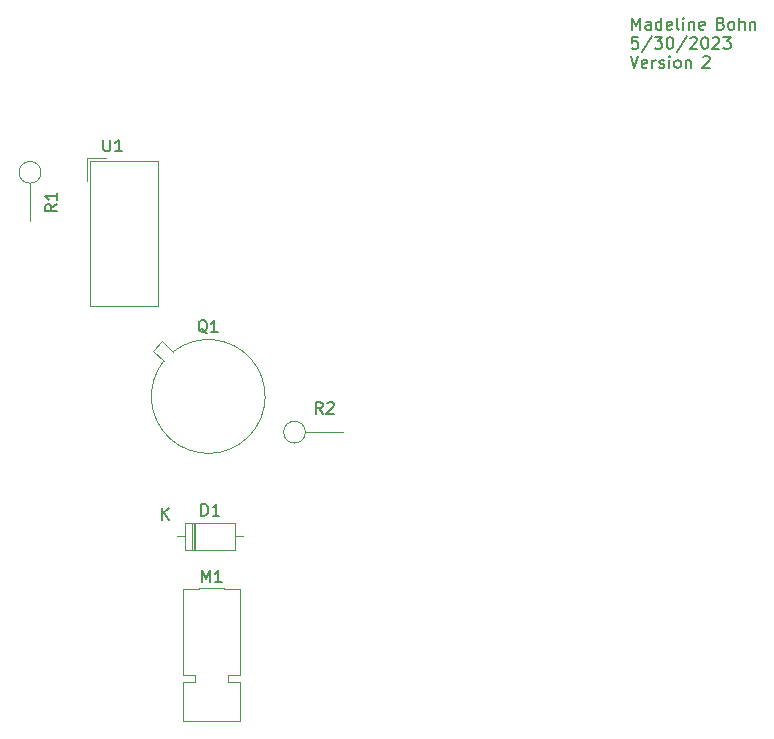
<source format=gbr>
%TF.GenerationSoftware,KiCad,Pcbnew,(7.0.0)*%
%TF.CreationDate,2023-06-01T08:48:15-06:00*%
%TF.ProjectId,phase_D_finalproject,70686173-655f-4445-9f66-696e616c7072,rev?*%
%TF.SameCoordinates,Original*%
%TF.FileFunction,Legend,Top*%
%TF.FilePolarity,Positive*%
%FSLAX46Y46*%
G04 Gerber Fmt 4.6, Leading zero omitted, Abs format (unit mm)*
G04 Created by KiCad (PCBNEW (7.0.0)) date 2023-06-01 08:48:15*
%MOMM*%
%LPD*%
G01*
G04 APERTURE LIST*
%ADD10C,0.150000*%
%ADD11C,0.120000*%
G04 APERTURE END LIST*
D10*
X187813095Y-51317380D02*
X187813095Y-50317380D01*
X187813095Y-50317380D02*
X188146428Y-51031666D01*
X188146428Y-51031666D02*
X188479761Y-50317380D01*
X188479761Y-50317380D02*
X188479761Y-51317380D01*
X189384523Y-51317380D02*
X189384523Y-50793571D01*
X189384523Y-50793571D02*
X189336904Y-50698333D01*
X189336904Y-50698333D02*
X189241666Y-50650714D01*
X189241666Y-50650714D02*
X189051190Y-50650714D01*
X189051190Y-50650714D02*
X188955952Y-50698333D01*
X189384523Y-51269761D02*
X189289285Y-51317380D01*
X189289285Y-51317380D02*
X189051190Y-51317380D01*
X189051190Y-51317380D02*
X188955952Y-51269761D01*
X188955952Y-51269761D02*
X188908333Y-51174523D01*
X188908333Y-51174523D02*
X188908333Y-51079285D01*
X188908333Y-51079285D02*
X188955952Y-50984047D01*
X188955952Y-50984047D02*
X189051190Y-50936428D01*
X189051190Y-50936428D02*
X189289285Y-50936428D01*
X189289285Y-50936428D02*
X189384523Y-50888809D01*
X190289285Y-51317380D02*
X190289285Y-50317380D01*
X190289285Y-51269761D02*
X190194047Y-51317380D01*
X190194047Y-51317380D02*
X190003571Y-51317380D01*
X190003571Y-51317380D02*
X189908333Y-51269761D01*
X189908333Y-51269761D02*
X189860714Y-51222142D01*
X189860714Y-51222142D02*
X189813095Y-51126904D01*
X189813095Y-51126904D02*
X189813095Y-50841190D01*
X189813095Y-50841190D02*
X189860714Y-50745952D01*
X189860714Y-50745952D02*
X189908333Y-50698333D01*
X189908333Y-50698333D02*
X190003571Y-50650714D01*
X190003571Y-50650714D02*
X190194047Y-50650714D01*
X190194047Y-50650714D02*
X190289285Y-50698333D01*
X191146428Y-51269761D02*
X191051190Y-51317380D01*
X191051190Y-51317380D02*
X190860714Y-51317380D01*
X190860714Y-51317380D02*
X190765476Y-51269761D01*
X190765476Y-51269761D02*
X190717857Y-51174523D01*
X190717857Y-51174523D02*
X190717857Y-50793571D01*
X190717857Y-50793571D02*
X190765476Y-50698333D01*
X190765476Y-50698333D02*
X190860714Y-50650714D01*
X190860714Y-50650714D02*
X191051190Y-50650714D01*
X191051190Y-50650714D02*
X191146428Y-50698333D01*
X191146428Y-50698333D02*
X191194047Y-50793571D01*
X191194047Y-50793571D02*
X191194047Y-50888809D01*
X191194047Y-50888809D02*
X190717857Y-50984047D01*
X191765476Y-51317380D02*
X191670238Y-51269761D01*
X191670238Y-51269761D02*
X191622619Y-51174523D01*
X191622619Y-51174523D02*
X191622619Y-50317380D01*
X192146429Y-51317380D02*
X192146429Y-50650714D01*
X192146429Y-50317380D02*
X192098810Y-50365000D01*
X192098810Y-50365000D02*
X192146429Y-50412619D01*
X192146429Y-50412619D02*
X192194048Y-50365000D01*
X192194048Y-50365000D02*
X192146429Y-50317380D01*
X192146429Y-50317380D02*
X192146429Y-50412619D01*
X192622619Y-50650714D02*
X192622619Y-51317380D01*
X192622619Y-50745952D02*
X192670238Y-50698333D01*
X192670238Y-50698333D02*
X192765476Y-50650714D01*
X192765476Y-50650714D02*
X192908333Y-50650714D01*
X192908333Y-50650714D02*
X193003571Y-50698333D01*
X193003571Y-50698333D02*
X193051190Y-50793571D01*
X193051190Y-50793571D02*
X193051190Y-51317380D01*
X193908333Y-51269761D02*
X193813095Y-51317380D01*
X193813095Y-51317380D02*
X193622619Y-51317380D01*
X193622619Y-51317380D02*
X193527381Y-51269761D01*
X193527381Y-51269761D02*
X193479762Y-51174523D01*
X193479762Y-51174523D02*
X193479762Y-50793571D01*
X193479762Y-50793571D02*
X193527381Y-50698333D01*
X193527381Y-50698333D02*
X193622619Y-50650714D01*
X193622619Y-50650714D02*
X193813095Y-50650714D01*
X193813095Y-50650714D02*
X193908333Y-50698333D01*
X193908333Y-50698333D02*
X193955952Y-50793571D01*
X193955952Y-50793571D02*
X193955952Y-50888809D01*
X193955952Y-50888809D02*
X193479762Y-50984047D01*
X195317857Y-50793571D02*
X195460714Y-50841190D01*
X195460714Y-50841190D02*
X195508333Y-50888809D01*
X195508333Y-50888809D02*
X195555952Y-50984047D01*
X195555952Y-50984047D02*
X195555952Y-51126904D01*
X195555952Y-51126904D02*
X195508333Y-51222142D01*
X195508333Y-51222142D02*
X195460714Y-51269761D01*
X195460714Y-51269761D02*
X195365476Y-51317380D01*
X195365476Y-51317380D02*
X194984524Y-51317380D01*
X194984524Y-51317380D02*
X194984524Y-50317380D01*
X194984524Y-50317380D02*
X195317857Y-50317380D01*
X195317857Y-50317380D02*
X195413095Y-50365000D01*
X195413095Y-50365000D02*
X195460714Y-50412619D01*
X195460714Y-50412619D02*
X195508333Y-50507857D01*
X195508333Y-50507857D02*
X195508333Y-50603095D01*
X195508333Y-50603095D02*
X195460714Y-50698333D01*
X195460714Y-50698333D02*
X195413095Y-50745952D01*
X195413095Y-50745952D02*
X195317857Y-50793571D01*
X195317857Y-50793571D02*
X194984524Y-50793571D01*
X196127381Y-51317380D02*
X196032143Y-51269761D01*
X196032143Y-51269761D02*
X195984524Y-51222142D01*
X195984524Y-51222142D02*
X195936905Y-51126904D01*
X195936905Y-51126904D02*
X195936905Y-50841190D01*
X195936905Y-50841190D02*
X195984524Y-50745952D01*
X195984524Y-50745952D02*
X196032143Y-50698333D01*
X196032143Y-50698333D02*
X196127381Y-50650714D01*
X196127381Y-50650714D02*
X196270238Y-50650714D01*
X196270238Y-50650714D02*
X196365476Y-50698333D01*
X196365476Y-50698333D02*
X196413095Y-50745952D01*
X196413095Y-50745952D02*
X196460714Y-50841190D01*
X196460714Y-50841190D02*
X196460714Y-51126904D01*
X196460714Y-51126904D02*
X196413095Y-51222142D01*
X196413095Y-51222142D02*
X196365476Y-51269761D01*
X196365476Y-51269761D02*
X196270238Y-51317380D01*
X196270238Y-51317380D02*
X196127381Y-51317380D01*
X196889286Y-51317380D02*
X196889286Y-50317380D01*
X197317857Y-51317380D02*
X197317857Y-50793571D01*
X197317857Y-50793571D02*
X197270238Y-50698333D01*
X197270238Y-50698333D02*
X197175000Y-50650714D01*
X197175000Y-50650714D02*
X197032143Y-50650714D01*
X197032143Y-50650714D02*
X196936905Y-50698333D01*
X196936905Y-50698333D02*
X196889286Y-50745952D01*
X197794048Y-50650714D02*
X197794048Y-51317380D01*
X197794048Y-50745952D02*
X197841667Y-50698333D01*
X197841667Y-50698333D02*
X197936905Y-50650714D01*
X197936905Y-50650714D02*
X198079762Y-50650714D01*
X198079762Y-50650714D02*
X198175000Y-50698333D01*
X198175000Y-50698333D02*
X198222619Y-50793571D01*
X198222619Y-50793571D02*
X198222619Y-51317380D01*
X188289285Y-51937380D02*
X187813095Y-51937380D01*
X187813095Y-51937380D02*
X187765476Y-52413571D01*
X187765476Y-52413571D02*
X187813095Y-52365952D01*
X187813095Y-52365952D02*
X187908333Y-52318333D01*
X187908333Y-52318333D02*
X188146428Y-52318333D01*
X188146428Y-52318333D02*
X188241666Y-52365952D01*
X188241666Y-52365952D02*
X188289285Y-52413571D01*
X188289285Y-52413571D02*
X188336904Y-52508809D01*
X188336904Y-52508809D02*
X188336904Y-52746904D01*
X188336904Y-52746904D02*
X188289285Y-52842142D01*
X188289285Y-52842142D02*
X188241666Y-52889761D01*
X188241666Y-52889761D02*
X188146428Y-52937380D01*
X188146428Y-52937380D02*
X187908333Y-52937380D01*
X187908333Y-52937380D02*
X187813095Y-52889761D01*
X187813095Y-52889761D02*
X187765476Y-52842142D01*
X189479761Y-51889761D02*
X188622619Y-53175476D01*
X189717857Y-51937380D02*
X190336904Y-51937380D01*
X190336904Y-51937380D02*
X190003571Y-52318333D01*
X190003571Y-52318333D02*
X190146428Y-52318333D01*
X190146428Y-52318333D02*
X190241666Y-52365952D01*
X190241666Y-52365952D02*
X190289285Y-52413571D01*
X190289285Y-52413571D02*
X190336904Y-52508809D01*
X190336904Y-52508809D02*
X190336904Y-52746904D01*
X190336904Y-52746904D02*
X190289285Y-52842142D01*
X190289285Y-52842142D02*
X190241666Y-52889761D01*
X190241666Y-52889761D02*
X190146428Y-52937380D01*
X190146428Y-52937380D02*
X189860714Y-52937380D01*
X189860714Y-52937380D02*
X189765476Y-52889761D01*
X189765476Y-52889761D02*
X189717857Y-52842142D01*
X190955952Y-51937380D02*
X191051190Y-51937380D01*
X191051190Y-51937380D02*
X191146428Y-51985000D01*
X191146428Y-51985000D02*
X191194047Y-52032619D01*
X191194047Y-52032619D02*
X191241666Y-52127857D01*
X191241666Y-52127857D02*
X191289285Y-52318333D01*
X191289285Y-52318333D02*
X191289285Y-52556428D01*
X191289285Y-52556428D02*
X191241666Y-52746904D01*
X191241666Y-52746904D02*
X191194047Y-52842142D01*
X191194047Y-52842142D02*
X191146428Y-52889761D01*
X191146428Y-52889761D02*
X191051190Y-52937380D01*
X191051190Y-52937380D02*
X190955952Y-52937380D01*
X190955952Y-52937380D02*
X190860714Y-52889761D01*
X190860714Y-52889761D02*
X190813095Y-52842142D01*
X190813095Y-52842142D02*
X190765476Y-52746904D01*
X190765476Y-52746904D02*
X190717857Y-52556428D01*
X190717857Y-52556428D02*
X190717857Y-52318333D01*
X190717857Y-52318333D02*
X190765476Y-52127857D01*
X190765476Y-52127857D02*
X190813095Y-52032619D01*
X190813095Y-52032619D02*
X190860714Y-51985000D01*
X190860714Y-51985000D02*
X190955952Y-51937380D01*
X192432142Y-51889761D02*
X191575000Y-53175476D01*
X192717857Y-52032619D02*
X192765476Y-51985000D01*
X192765476Y-51985000D02*
X192860714Y-51937380D01*
X192860714Y-51937380D02*
X193098809Y-51937380D01*
X193098809Y-51937380D02*
X193194047Y-51985000D01*
X193194047Y-51985000D02*
X193241666Y-52032619D01*
X193241666Y-52032619D02*
X193289285Y-52127857D01*
X193289285Y-52127857D02*
X193289285Y-52223095D01*
X193289285Y-52223095D02*
X193241666Y-52365952D01*
X193241666Y-52365952D02*
X192670238Y-52937380D01*
X192670238Y-52937380D02*
X193289285Y-52937380D01*
X193908333Y-51937380D02*
X194003571Y-51937380D01*
X194003571Y-51937380D02*
X194098809Y-51985000D01*
X194098809Y-51985000D02*
X194146428Y-52032619D01*
X194146428Y-52032619D02*
X194194047Y-52127857D01*
X194194047Y-52127857D02*
X194241666Y-52318333D01*
X194241666Y-52318333D02*
X194241666Y-52556428D01*
X194241666Y-52556428D02*
X194194047Y-52746904D01*
X194194047Y-52746904D02*
X194146428Y-52842142D01*
X194146428Y-52842142D02*
X194098809Y-52889761D01*
X194098809Y-52889761D02*
X194003571Y-52937380D01*
X194003571Y-52937380D02*
X193908333Y-52937380D01*
X193908333Y-52937380D02*
X193813095Y-52889761D01*
X193813095Y-52889761D02*
X193765476Y-52842142D01*
X193765476Y-52842142D02*
X193717857Y-52746904D01*
X193717857Y-52746904D02*
X193670238Y-52556428D01*
X193670238Y-52556428D02*
X193670238Y-52318333D01*
X193670238Y-52318333D02*
X193717857Y-52127857D01*
X193717857Y-52127857D02*
X193765476Y-52032619D01*
X193765476Y-52032619D02*
X193813095Y-51985000D01*
X193813095Y-51985000D02*
X193908333Y-51937380D01*
X194622619Y-52032619D02*
X194670238Y-51985000D01*
X194670238Y-51985000D02*
X194765476Y-51937380D01*
X194765476Y-51937380D02*
X195003571Y-51937380D01*
X195003571Y-51937380D02*
X195098809Y-51985000D01*
X195098809Y-51985000D02*
X195146428Y-52032619D01*
X195146428Y-52032619D02*
X195194047Y-52127857D01*
X195194047Y-52127857D02*
X195194047Y-52223095D01*
X195194047Y-52223095D02*
X195146428Y-52365952D01*
X195146428Y-52365952D02*
X194575000Y-52937380D01*
X194575000Y-52937380D02*
X195194047Y-52937380D01*
X195527381Y-51937380D02*
X196146428Y-51937380D01*
X196146428Y-51937380D02*
X195813095Y-52318333D01*
X195813095Y-52318333D02*
X195955952Y-52318333D01*
X195955952Y-52318333D02*
X196051190Y-52365952D01*
X196051190Y-52365952D02*
X196098809Y-52413571D01*
X196098809Y-52413571D02*
X196146428Y-52508809D01*
X196146428Y-52508809D02*
X196146428Y-52746904D01*
X196146428Y-52746904D02*
X196098809Y-52842142D01*
X196098809Y-52842142D02*
X196051190Y-52889761D01*
X196051190Y-52889761D02*
X195955952Y-52937380D01*
X195955952Y-52937380D02*
X195670238Y-52937380D01*
X195670238Y-52937380D02*
X195575000Y-52889761D01*
X195575000Y-52889761D02*
X195527381Y-52842142D01*
X187670238Y-53557380D02*
X188003571Y-54557380D01*
X188003571Y-54557380D02*
X188336904Y-53557380D01*
X189051190Y-54509761D02*
X188955952Y-54557380D01*
X188955952Y-54557380D02*
X188765476Y-54557380D01*
X188765476Y-54557380D02*
X188670238Y-54509761D01*
X188670238Y-54509761D02*
X188622619Y-54414523D01*
X188622619Y-54414523D02*
X188622619Y-54033571D01*
X188622619Y-54033571D02*
X188670238Y-53938333D01*
X188670238Y-53938333D02*
X188765476Y-53890714D01*
X188765476Y-53890714D02*
X188955952Y-53890714D01*
X188955952Y-53890714D02*
X189051190Y-53938333D01*
X189051190Y-53938333D02*
X189098809Y-54033571D01*
X189098809Y-54033571D02*
X189098809Y-54128809D01*
X189098809Y-54128809D02*
X188622619Y-54224047D01*
X189527381Y-54557380D02*
X189527381Y-53890714D01*
X189527381Y-54081190D02*
X189575000Y-53985952D01*
X189575000Y-53985952D02*
X189622619Y-53938333D01*
X189622619Y-53938333D02*
X189717857Y-53890714D01*
X189717857Y-53890714D02*
X189813095Y-53890714D01*
X190098810Y-54509761D02*
X190194048Y-54557380D01*
X190194048Y-54557380D02*
X190384524Y-54557380D01*
X190384524Y-54557380D02*
X190479762Y-54509761D01*
X190479762Y-54509761D02*
X190527381Y-54414523D01*
X190527381Y-54414523D02*
X190527381Y-54366904D01*
X190527381Y-54366904D02*
X190479762Y-54271666D01*
X190479762Y-54271666D02*
X190384524Y-54224047D01*
X190384524Y-54224047D02*
X190241667Y-54224047D01*
X190241667Y-54224047D02*
X190146429Y-54176428D01*
X190146429Y-54176428D02*
X190098810Y-54081190D01*
X190098810Y-54081190D02*
X190098810Y-54033571D01*
X190098810Y-54033571D02*
X190146429Y-53938333D01*
X190146429Y-53938333D02*
X190241667Y-53890714D01*
X190241667Y-53890714D02*
X190384524Y-53890714D01*
X190384524Y-53890714D02*
X190479762Y-53938333D01*
X190955953Y-54557380D02*
X190955953Y-53890714D01*
X190955953Y-53557380D02*
X190908334Y-53605000D01*
X190908334Y-53605000D02*
X190955953Y-53652619D01*
X190955953Y-53652619D02*
X191003572Y-53605000D01*
X191003572Y-53605000D02*
X190955953Y-53557380D01*
X190955953Y-53557380D02*
X190955953Y-53652619D01*
X191575000Y-54557380D02*
X191479762Y-54509761D01*
X191479762Y-54509761D02*
X191432143Y-54462142D01*
X191432143Y-54462142D02*
X191384524Y-54366904D01*
X191384524Y-54366904D02*
X191384524Y-54081190D01*
X191384524Y-54081190D02*
X191432143Y-53985952D01*
X191432143Y-53985952D02*
X191479762Y-53938333D01*
X191479762Y-53938333D02*
X191575000Y-53890714D01*
X191575000Y-53890714D02*
X191717857Y-53890714D01*
X191717857Y-53890714D02*
X191813095Y-53938333D01*
X191813095Y-53938333D02*
X191860714Y-53985952D01*
X191860714Y-53985952D02*
X191908333Y-54081190D01*
X191908333Y-54081190D02*
X191908333Y-54366904D01*
X191908333Y-54366904D02*
X191860714Y-54462142D01*
X191860714Y-54462142D02*
X191813095Y-54509761D01*
X191813095Y-54509761D02*
X191717857Y-54557380D01*
X191717857Y-54557380D02*
X191575000Y-54557380D01*
X192336905Y-53890714D02*
X192336905Y-54557380D01*
X192336905Y-53985952D02*
X192384524Y-53938333D01*
X192384524Y-53938333D02*
X192479762Y-53890714D01*
X192479762Y-53890714D02*
X192622619Y-53890714D01*
X192622619Y-53890714D02*
X192717857Y-53938333D01*
X192717857Y-53938333D02*
X192765476Y-54033571D01*
X192765476Y-54033571D02*
X192765476Y-54557380D01*
X193794048Y-53652619D02*
X193841667Y-53605000D01*
X193841667Y-53605000D02*
X193936905Y-53557380D01*
X193936905Y-53557380D02*
X194175000Y-53557380D01*
X194175000Y-53557380D02*
X194270238Y-53605000D01*
X194270238Y-53605000D02*
X194317857Y-53652619D01*
X194317857Y-53652619D02*
X194365476Y-53747857D01*
X194365476Y-53747857D02*
X194365476Y-53843095D01*
X194365476Y-53843095D02*
X194317857Y-53985952D01*
X194317857Y-53985952D02*
X193746429Y-54557380D01*
X193746429Y-54557380D02*
X194365476Y-54557380D01*
%TO.C,D1*%
X151336905Y-92472380D02*
X151336905Y-91472380D01*
X151336905Y-91472380D02*
X151575000Y-91472380D01*
X151575000Y-91472380D02*
X151717857Y-91520000D01*
X151717857Y-91520000D02*
X151813095Y-91615238D01*
X151813095Y-91615238D02*
X151860714Y-91710476D01*
X151860714Y-91710476D02*
X151908333Y-91900952D01*
X151908333Y-91900952D02*
X151908333Y-92043809D01*
X151908333Y-92043809D02*
X151860714Y-92234285D01*
X151860714Y-92234285D02*
X151813095Y-92329523D01*
X151813095Y-92329523D02*
X151717857Y-92424761D01*
X151717857Y-92424761D02*
X151575000Y-92472380D01*
X151575000Y-92472380D02*
X151336905Y-92472380D01*
X152860714Y-92472380D02*
X152289286Y-92472380D01*
X152575000Y-92472380D02*
X152575000Y-91472380D01*
X152575000Y-91472380D02*
X152479762Y-91615238D01*
X152479762Y-91615238D02*
X152384524Y-91710476D01*
X152384524Y-91710476D02*
X152289286Y-91758095D01*
X148003095Y-92792380D02*
X148003095Y-91792380D01*
X148574523Y-92792380D02*
X148145952Y-92220952D01*
X148574523Y-91792380D02*
X148003095Y-92363809D01*
%TO.C,M1*%
X151380476Y-98092380D02*
X151380476Y-97092380D01*
X151380476Y-97092380D02*
X151713809Y-97806666D01*
X151713809Y-97806666D02*
X152047142Y-97092380D01*
X152047142Y-97092380D02*
X152047142Y-98092380D01*
X153047142Y-98092380D02*
X152475714Y-98092380D01*
X152761428Y-98092380D02*
X152761428Y-97092380D01*
X152761428Y-97092380D02*
X152666190Y-97235238D01*
X152666190Y-97235238D02*
X152570952Y-97330476D01*
X152570952Y-97330476D02*
X152475714Y-97378095D01*
%TO.C,R1*%
X139112380Y-66106666D02*
X138636190Y-66439999D01*
X139112380Y-66678094D02*
X138112380Y-66678094D01*
X138112380Y-66678094D02*
X138112380Y-66297142D01*
X138112380Y-66297142D02*
X138160000Y-66201904D01*
X138160000Y-66201904D02*
X138207619Y-66154285D01*
X138207619Y-66154285D02*
X138302857Y-66106666D01*
X138302857Y-66106666D02*
X138445714Y-66106666D01*
X138445714Y-66106666D02*
X138540952Y-66154285D01*
X138540952Y-66154285D02*
X138588571Y-66201904D01*
X138588571Y-66201904D02*
X138636190Y-66297142D01*
X138636190Y-66297142D02*
X138636190Y-66678094D01*
X139112380Y-65154285D02*
X139112380Y-65725713D01*
X139112380Y-65439999D02*
X138112380Y-65439999D01*
X138112380Y-65439999D02*
X138255238Y-65535237D01*
X138255238Y-65535237D02*
X138350476Y-65630475D01*
X138350476Y-65630475D02*
X138398095Y-65725713D01*
%TO.C,U1*%
X143035595Y-60629880D02*
X143035595Y-61439404D01*
X143035595Y-61439404D02*
X143083214Y-61534642D01*
X143083214Y-61534642D02*
X143130833Y-61582261D01*
X143130833Y-61582261D02*
X143226071Y-61629880D01*
X143226071Y-61629880D02*
X143416547Y-61629880D01*
X143416547Y-61629880D02*
X143511785Y-61582261D01*
X143511785Y-61582261D02*
X143559404Y-61534642D01*
X143559404Y-61534642D02*
X143607023Y-61439404D01*
X143607023Y-61439404D02*
X143607023Y-60629880D01*
X144607023Y-61629880D02*
X144035595Y-61629880D01*
X144321309Y-61629880D02*
X144321309Y-60629880D01*
X144321309Y-60629880D02*
X144226071Y-60772738D01*
X144226071Y-60772738D02*
X144130833Y-60867976D01*
X144130833Y-60867976D02*
X144035595Y-60915595D01*
%TO.C,R2*%
X161588333Y-83847380D02*
X161255000Y-83371190D01*
X161016905Y-83847380D02*
X161016905Y-82847380D01*
X161016905Y-82847380D02*
X161397857Y-82847380D01*
X161397857Y-82847380D02*
X161493095Y-82895000D01*
X161493095Y-82895000D02*
X161540714Y-82942619D01*
X161540714Y-82942619D02*
X161588333Y-83037857D01*
X161588333Y-83037857D02*
X161588333Y-83180714D01*
X161588333Y-83180714D02*
X161540714Y-83275952D01*
X161540714Y-83275952D02*
X161493095Y-83323571D01*
X161493095Y-83323571D02*
X161397857Y-83371190D01*
X161397857Y-83371190D02*
X161016905Y-83371190D01*
X161969286Y-82942619D02*
X162016905Y-82895000D01*
X162016905Y-82895000D02*
X162112143Y-82847380D01*
X162112143Y-82847380D02*
X162350238Y-82847380D01*
X162350238Y-82847380D02*
X162445476Y-82895000D01*
X162445476Y-82895000D02*
X162493095Y-82942619D01*
X162493095Y-82942619D02*
X162540714Y-83037857D01*
X162540714Y-83037857D02*
X162540714Y-83133095D01*
X162540714Y-83133095D02*
X162493095Y-83275952D01*
X162493095Y-83275952D02*
X161921667Y-83847380D01*
X161921667Y-83847380D02*
X162540714Y-83847380D01*
%TO.C,Q1*%
X151819761Y-77017619D02*
X151724523Y-76970000D01*
X151724523Y-76970000D02*
X151629285Y-76874761D01*
X151629285Y-76874761D02*
X151486428Y-76731904D01*
X151486428Y-76731904D02*
X151391190Y-76684285D01*
X151391190Y-76684285D02*
X151295952Y-76684285D01*
X151343571Y-76922380D02*
X151248333Y-76874761D01*
X151248333Y-76874761D02*
X151153095Y-76779523D01*
X151153095Y-76779523D02*
X151105476Y-76589047D01*
X151105476Y-76589047D02*
X151105476Y-76255714D01*
X151105476Y-76255714D02*
X151153095Y-76065238D01*
X151153095Y-76065238D02*
X151248333Y-75970000D01*
X151248333Y-75970000D02*
X151343571Y-75922380D01*
X151343571Y-75922380D02*
X151534047Y-75922380D01*
X151534047Y-75922380D02*
X151629285Y-75970000D01*
X151629285Y-75970000D02*
X151724523Y-76065238D01*
X151724523Y-76065238D02*
X151772142Y-76255714D01*
X151772142Y-76255714D02*
X151772142Y-76589047D01*
X151772142Y-76589047D02*
X151724523Y-76779523D01*
X151724523Y-76779523D02*
X151629285Y-76874761D01*
X151629285Y-76874761D02*
X151534047Y-76922380D01*
X151534047Y-76922380D02*
X151343571Y-76922380D01*
X152724523Y-76922380D02*
X152153095Y-76922380D01*
X152438809Y-76922380D02*
X152438809Y-75922380D01*
X152438809Y-75922380D02*
X152343571Y-76065238D01*
X152343571Y-76065238D02*
X152248333Y-76160476D01*
X152248333Y-76160476D02*
X152153095Y-76208095D01*
D11*
%TO.C,D1*%
X149305000Y-94225000D02*
X149955000Y-94225000D01*
X149955000Y-93105000D02*
X149955000Y-95345000D01*
X149955000Y-95345000D02*
X154195000Y-95345000D01*
X150555000Y-93105000D02*
X150555000Y-95345000D01*
X150675000Y-93105000D02*
X150675000Y-95345000D01*
X150795000Y-93105000D02*
X150795000Y-95345000D01*
X154195000Y-93105000D02*
X149955000Y-93105000D01*
X154195000Y-95345000D02*
X154195000Y-93105000D01*
X154845000Y-94225000D02*
X154195000Y-94225000D01*
%TO.C,M1*%
X149790000Y-98675000D02*
X151140000Y-98675000D01*
X149790000Y-99025000D02*
X149790000Y-98675000D01*
X149790000Y-105925000D02*
X149790000Y-99025000D01*
X149790000Y-106525000D02*
X150790000Y-106525000D01*
X149790000Y-109825000D02*
X149790000Y-106525000D01*
X150790000Y-105925000D02*
X149790000Y-105925000D01*
X150790000Y-106525000D02*
X150790000Y-105925000D01*
X151140000Y-98625000D02*
X153240000Y-98625000D01*
X151140000Y-98675000D02*
X151140000Y-98625000D01*
X153240000Y-98625000D02*
X153240000Y-98675000D01*
X153240000Y-98675000D02*
X154590000Y-98675000D01*
X153590000Y-105925000D02*
X153590000Y-106525000D01*
X153590000Y-106525000D02*
X154590000Y-106525000D01*
X154590000Y-98675000D02*
X154590000Y-99025000D01*
X154590000Y-99025000D02*
X154590000Y-105925000D01*
X154590000Y-105925000D02*
X153590000Y-105925000D01*
X154590000Y-106525000D02*
X154590000Y-109825000D01*
X154590000Y-109825000D02*
X149790000Y-109825000D01*
%TO.C,R1*%
X136825000Y-64320000D02*
X136825000Y-67480000D01*
X137745000Y-63400000D02*
G75*
G03*
X137745000Y-63400000I-920000J0D01*
G01*
%TO.C,U1*%
X141637500Y-62162500D02*
X141637500Y-64162500D01*
X141637500Y-62162500D02*
X143247500Y-62162500D01*
X141917500Y-74702500D02*
X141917500Y-62452500D01*
X141927500Y-62442500D02*
X147667500Y-62442500D01*
X147677500Y-62442500D02*
X147677500Y-74702500D01*
X147677500Y-74702500D02*
X141917500Y-74702500D01*
%TO.C,R2*%
X160135000Y-85400000D02*
X163295000Y-85400000D01*
X160135000Y-85400000D02*
G75*
G03*
X160135000Y-85400000I-920000J0D01*
G01*
%TO.C,Q1*%
X147249144Y-78486961D02*
X148140098Y-79377916D01*
X148026961Y-77709144D02*
X147249144Y-78486961D01*
X148917916Y-78600098D02*
X148026961Y-77709144D01*
X148140327Y-79377629D02*
G75*
G03*
X148917916Y-78600099I3774673J-2997371D01*
G01*
%TD*%
M02*

</source>
